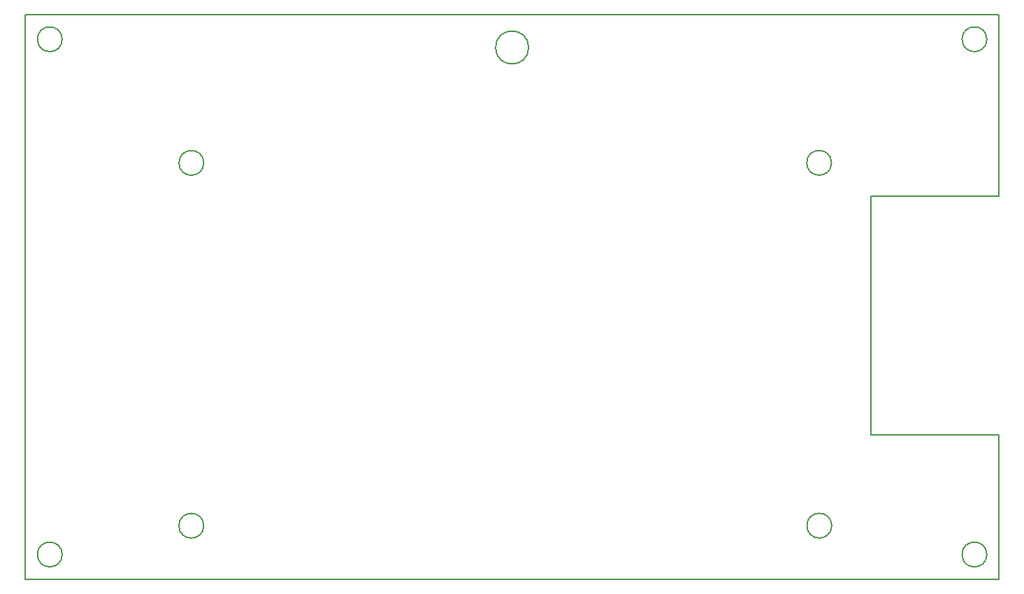
<source format=gbr>
G04 #@! TF.GenerationSoftware,KiCad,Pcbnew,5.1.5+dfsg1-2build2*
G04 #@! TF.CreationDate,2021-09-10T16:14:55+02:00*
G04 #@! TF.ProjectId,cronotempNuevo,63726f6e-6f74-4656-9d70-4e7565766f2e,rev?*
G04 #@! TF.SameCoordinates,Original*
G04 #@! TF.FileFunction,Profile,NP*
%FSLAX46Y46*%
G04 Gerber Fmt 4.6, Leading zero omitted, Abs format (unit mm)*
G04 Created by KiCad (PCBNEW 5.1.5+dfsg1-2build2) date 2021-09-10 16:14:55*
%MOMM*%
%LPD*%
G04 APERTURE LIST*
%ADD10C,0.150000*%
G04 APERTURE END LIST*
D10*
X152500000Y-151000000D02*
X168000000Y-151000000D01*
X152500000Y-122000000D02*
X152500000Y-151000000D01*
X152500000Y-122000000D02*
X168000000Y-122000000D01*
X168000000Y-100000000D02*
X168000000Y-122000000D01*
X168000000Y-151000000D02*
X168000000Y-168500000D01*
X71650000Y-118000000D02*
G75*
G03X71650000Y-118000000I-1500000J0D01*
G01*
X71640000Y-162010000D02*
G75*
G03X71640000Y-162010000I-1500000J0D01*
G01*
X147710000Y-162000000D02*
G75*
G03X147710000Y-162000000I-1500000J0D01*
G01*
X147690000Y-117990000D02*
G75*
G03X147690000Y-117990000I-1500000J0D01*
G01*
X111000000Y-104000000D02*
G75*
G03X111000000Y-104000000I-2000000J0D01*
G01*
X54500000Y-165500000D02*
G75*
G03X54500000Y-165500000I-1500000J0D01*
G01*
X166500000Y-165500000D02*
G75*
G03X166500000Y-165500000I-1500000J0D01*
G01*
X166500000Y-103000000D02*
G75*
G03X166500000Y-103000000I-1500000J0D01*
G01*
X54500000Y-103000000D02*
G75*
G03X54500000Y-103000000I-1500000J0D01*
G01*
X50000000Y-168500000D02*
X50000000Y-100000000D01*
X168000000Y-168500000D02*
X50000000Y-168500000D01*
X50000000Y-100000000D02*
X168000000Y-100000000D01*
M02*

</source>
